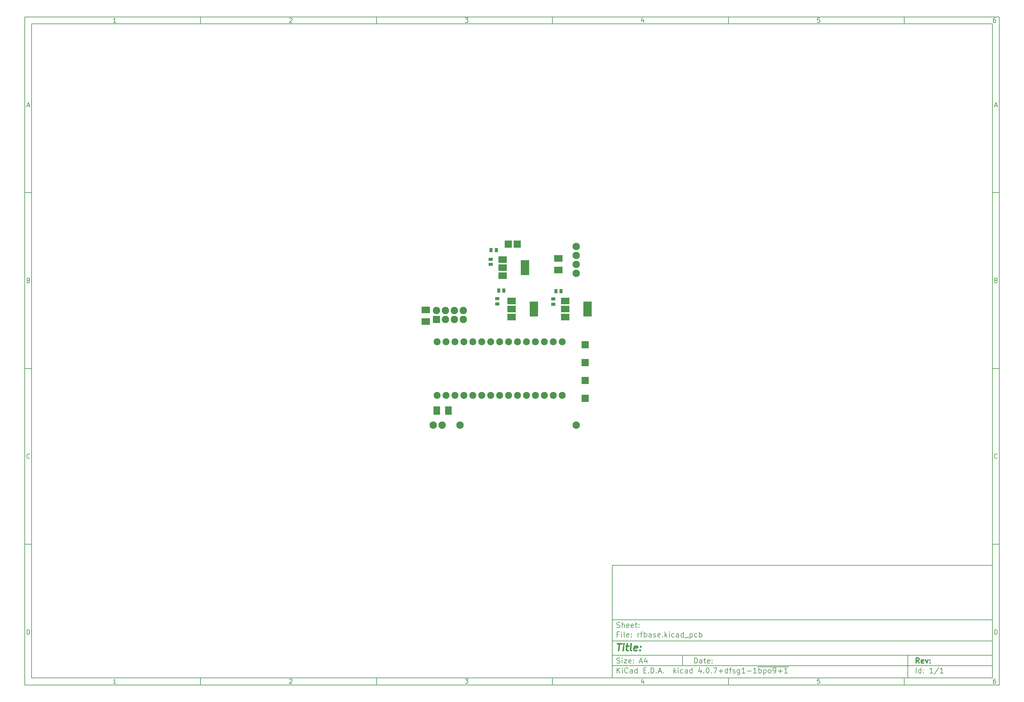
<source format=gbr>
G04 #@! TF.FileFunction,Soldermask,Top*
%FSLAX46Y46*%
G04 Gerber Fmt 4.6, Leading zero omitted, Abs format (unit mm)*
G04 Created by KiCad (PCBNEW 4.0.7+dfsg1-1~bpo9+1) date Fri Jan  5 13:38:06 2018*
%MOMM*%
%LPD*%
G01*
G04 APERTURE LIST*
%ADD10C,0.100000*%
%ADD11C,0.150000*%
%ADD12C,0.300000*%
%ADD13C,0.400000*%
%ADD14C,1.974800*%
%ADD15R,2.432000X1.924000*%
%ADD16R,1.924000X2.432000*%
%ADD17R,2.100000X2.100000*%
%ADD18O,2.100000X2.100000*%
%ADD19C,2.100000*%
%ADD20R,2.400000X4.200000*%
%ADD21R,2.400000X1.900000*%
%ADD22R,0.900000X1.300000*%
%ADD23R,1.300000X0.900000*%
G04 APERTURE END LIST*
D10*
D11*
X177002200Y-166007200D02*
X177002200Y-198007200D01*
X285002200Y-198007200D01*
X285002200Y-166007200D01*
X177002200Y-166007200D01*
D10*
D11*
X10000000Y-10000000D02*
X10000000Y-200007200D01*
X287002200Y-200007200D01*
X287002200Y-10000000D01*
X10000000Y-10000000D01*
D10*
D11*
X12000000Y-12000000D02*
X12000000Y-198007200D01*
X285002200Y-198007200D01*
X285002200Y-12000000D01*
X12000000Y-12000000D01*
D10*
D11*
X60000000Y-12000000D02*
X60000000Y-10000000D01*
D10*
D11*
X110000000Y-12000000D02*
X110000000Y-10000000D01*
D10*
D11*
X160000000Y-12000000D02*
X160000000Y-10000000D01*
D10*
D11*
X210000000Y-12000000D02*
X210000000Y-10000000D01*
D10*
D11*
X260000000Y-12000000D02*
X260000000Y-10000000D01*
D10*
D11*
X35990476Y-11588095D02*
X35247619Y-11588095D01*
X35619048Y-11588095D02*
X35619048Y-10288095D01*
X35495238Y-10473810D01*
X35371429Y-10597619D01*
X35247619Y-10659524D01*
D10*
D11*
X85247619Y-10411905D02*
X85309524Y-10350000D01*
X85433333Y-10288095D01*
X85742857Y-10288095D01*
X85866667Y-10350000D01*
X85928571Y-10411905D01*
X85990476Y-10535714D01*
X85990476Y-10659524D01*
X85928571Y-10845238D01*
X85185714Y-11588095D01*
X85990476Y-11588095D01*
D10*
D11*
X135185714Y-10288095D02*
X135990476Y-10288095D01*
X135557143Y-10783333D01*
X135742857Y-10783333D01*
X135866667Y-10845238D01*
X135928571Y-10907143D01*
X135990476Y-11030952D01*
X135990476Y-11340476D01*
X135928571Y-11464286D01*
X135866667Y-11526190D01*
X135742857Y-11588095D01*
X135371429Y-11588095D01*
X135247619Y-11526190D01*
X135185714Y-11464286D01*
D10*
D11*
X185866667Y-10721429D02*
X185866667Y-11588095D01*
X185557143Y-10226190D02*
X185247619Y-11154762D01*
X186052381Y-11154762D01*
D10*
D11*
X235928571Y-10288095D02*
X235309524Y-10288095D01*
X235247619Y-10907143D01*
X235309524Y-10845238D01*
X235433333Y-10783333D01*
X235742857Y-10783333D01*
X235866667Y-10845238D01*
X235928571Y-10907143D01*
X235990476Y-11030952D01*
X235990476Y-11340476D01*
X235928571Y-11464286D01*
X235866667Y-11526190D01*
X235742857Y-11588095D01*
X235433333Y-11588095D01*
X235309524Y-11526190D01*
X235247619Y-11464286D01*
D10*
D11*
X285866667Y-10288095D02*
X285619048Y-10288095D01*
X285495238Y-10350000D01*
X285433333Y-10411905D01*
X285309524Y-10597619D01*
X285247619Y-10845238D01*
X285247619Y-11340476D01*
X285309524Y-11464286D01*
X285371429Y-11526190D01*
X285495238Y-11588095D01*
X285742857Y-11588095D01*
X285866667Y-11526190D01*
X285928571Y-11464286D01*
X285990476Y-11340476D01*
X285990476Y-11030952D01*
X285928571Y-10907143D01*
X285866667Y-10845238D01*
X285742857Y-10783333D01*
X285495238Y-10783333D01*
X285371429Y-10845238D01*
X285309524Y-10907143D01*
X285247619Y-11030952D01*
D10*
D11*
X60000000Y-198007200D02*
X60000000Y-200007200D01*
D10*
D11*
X110000000Y-198007200D02*
X110000000Y-200007200D01*
D10*
D11*
X160000000Y-198007200D02*
X160000000Y-200007200D01*
D10*
D11*
X210000000Y-198007200D02*
X210000000Y-200007200D01*
D10*
D11*
X260000000Y-198007200D02*
X260000000Y-200007200D01*
D10*
D11*
X35990476Y-199595295D02*
X35247619Y-199595295D01*
X35619048Y-199595295D02*
X35619048Y-198295295D01*
X35495238Y-198481010D01*
X35371429Y-198604819D01*
X35247619Y-198666724D01*
D10*
D11*
X85247619Y-198419105D02*
X85309524Y-198357200D01*
X85433333Y-198295295D01*
X85742857Y-198295295D01*
X85866667Y-198357200D01*
X85928571Y-198419105D01*
X85990476Y-198542914D01*
X85990476Y-198666724D01*
X85928571Y-198852438D01*
X85185714Y-199595295D01*
X85990476Y-199595295D01*
D10*
D11*
X135185714Y-198295295D02*
X135990476Y-198295295D01*
X135557143Y-198790533D01*
X135742857Y-198790533D01*
X135866667Y-198852438D01*
X135928571Y-198914343D01*
X135990476Y-199038152D01*
X135990476Y-199347676D01*
X135928571Y-199471486D01*
X135866667Y-199533390D01*
X135742857Y-199595295D01*
X135371429Y-199595295D01*
X135247619Y-199533390D01*
X135185714Y-199471486D01*
D10*
D11*
X185866667Y-198728629D02*
X185866667Y-199595295D01*
X185557143Y-198233390D02*
X185247619Y-199161962D01*
X186052381Y-199161962D01*
D10*
D11*
X235928571Y-198295295D02*
X235309524Y-198295295D01*
X235247619Y-198914343D01*
X235309524Y-198852438D01*
X235433333Y-198790533D01*
X235742857Y-198790533D01*
X235866667Y-198852438D01*
X235928571Y-198914343D01*
X235990476Y-199038152D01*
X235990476Y-199347676D01*
X235928571Y-199471486D01*
X235866667Y-199533390D01*
X235742857Y-199595295D01*
X235433333Y-199595295D01*
X235309524Y-199533390D01*
X235247619Y-199471486D01*
D10*
D11*
X285866667Y-198295295D02*
X285619048Y-198295295D01*
X285495238Y-198357200D01*
X285433333Y-198419105D01*
X285309524Y-198604819D01*
X285247619Y-198852438D01*
X285247619Y-199347676D01*
X285309524Y-199471486D01*
X285371429Y-199533390D01*
X285495238Y-199595295D01*
X285742857Y-199595295D01*
X285866667Y-199533390D01*
X285928571Y-199471486D01*
X285990476Y-199347676D01*
X285990476Y-199038152D01*
X285928571Y-198914343D01*
X285866667Y-198852438D01*
X285742857Y-198790533D01*
X285495238Y-198790533D01*
X285371429Y-198852438D01*
X285309524Y-198914343D01*
X285247619Y-199038152D01*
D10*
D11*
X10000000Y-60000000D02*
X12000000Y-60000000D01*
D10*
D11*
X10000000Y-110000000D02*
X12000000Y-110000000D01*
D10*
D11*
X10000000Y-160000000D02*
X12000000Y-160000000D01*
D10*
D11*
X10690476Y-35216667D02*
X11309524Y-35216667D01*
X10566667Y-35588095D02*
X11000000Y-34288095D01*
X11433333Y-35588095D01*
D10*
D11*
X11092857Y-84907143D02*
X11278571Y-84969048D01*
X11340476Y-85030952D01*
X11402381Y-85154762D01*
X11402381Y-85340476D01*
X11340476Y-85464286D01*
X11278571Y-85526190D01*
X11154762Y-85588095D01*
X10659524Y-85588095D01*
X10659524Y-84288095D01*
X11092857Y-84288095D01*
X11216667Y-84350000D01*
X11278571Y-84411905D01*
X11340476Y-84535714D01*
X11340476Y-84659524D01*
X11278571Y-84783333D01*
X11216667Y-84845238D01*
X11092857Y-84907143D01*
X10659524Y-84907143D01*
D10*
D11*
X11402381Y-135464286D02*
X11340476Y-135526190D01*
X11154762Y-135588095D01*
X11030952Y-135588095D01*
X10845238Y-135526190D01*
X10721429Y-135402381D01*
X10659524Y-135278571D01*
X10597619Y-135030952D01*
X10597619Y-134845238D01*
X10659524Y-134597619D01*
X10721429Y-134473810D01*
X10845238Y-134350000D01*
X11030952Y-134288095D01*
X11154762Y-134288095D01*
X11340476Y-134350000D01*
X11402381Y-134411905D01*
D10*
D11*
X10659524Y-185588095D02*
X10659524Y-184288095D01*
X10969048Y-184288095D01*
X11154762Y-184350000D01*
X11278571Y-184473810D01*
X11340476Y-184597619D01*
X11402381Y-184845238D01*
X11402381Y-185030952D01*
X11340476Y-185278571D01*
X11278571Y-185402381D01*
X11154762Y-185526190D01*
X10969048Y-185588095D01*
X10659524Y-185588095D01*
D10*
D11*
X287002200Y-60000000D02*
X285002200Y-60000000D01*
D10*
D11*
X287002200Y-110000000D02*
X285002200Y-110000000D01*
D10*
D11*
X287002200Y-160000000D02*
X285002200Y-160000000D01*
D10*
D11*
X285692676Y-35216667D02*
X286311724Y-35216667D01*
X285568867Y-35588095D02*
X286002200Y-34288095D01*
X286435533Y-35588095D01*
D10*
D11*
X286095057Y-84907143D02*
X286280771Y-84969048D01*
X286342676Y-85030952D01*
X286404581Y-85154762D01*
X286404581Y-85340476D01*
X286342676Y-85464286D01*
X286280771Y-85526190D01*
X286156962Y-85588095D01*
X285661724Y-85588095D01*
X285661724Y-84288095D01*
X286095057Y-84288095D01*
X286218867Y-84350000D01*
X286280771Y-84411905D01*
X286342676Y-84535714D01*
X286342676Y-84659524D01*
X286280771Y-84783333D01*
X286218867Y-84845238D01*
X286095057Y-84907143D01*
X285661724Y-84907143D01*
D10*
D11*
X286404581Y-135464286D02*
X286342676Y-135526190D01*
X286156962Y-135588095D01*
X286033152Y-135588095D01*
X285847438Y-135526190D01*
X285723629Y-135402381D01*
X285661724Y-135278571D01*
X285599819Y-135030952D01*
X285599819Y-134845238D01*
X285661724Y-134597619D01*
X285723629Y-134473810D01*
X285847438Y-134350000D01*
X286033152Y-134288095D01*
X286156962Y-134288095D01*
X286342676Y-134350000D01*
X286404581Y-134411905D01*
D10*
D11*
X285661724Y-185588095D02*
X285661724Y-184288095D01*
X285971248Y-184288095D01*
X286156962Y-184350000D01*
X286280771Y-184473810D01*
X286342676Y-184597619D01*
X286404581Y-184845238D01*
X286404581Y-185030952D01*
X286342676Y-185278571D01*
X286280771Y-185402381D01*
X286156962Y-185526190D01*
X285971248Y-185588095D01*
X285661724Y-185588095D01*
D10*
D11*
X200359343Y-193785771D02*
X200359343Y-192285771D01*
X200716486Y-192285771D01*
X200930771Y-192357200D01*
X201073629Y-192500057D01*
X201145057Y-192642914D01*
X201216486Y-192928629D01*
X201216486Y-193142914D01*
X201145057Y-193428629D01*
X201073629Y-193571486D01*
X200930771Y-193714343D01*
X200716486Y-193785771D01*
X200359343Y-193785771D01*
X202502200Y-193785771D02*
X202502200Y-193000057D01*
X202430771Y-192857200D01*
X202287914Y-192785771D01*
X202002200Y-192785771D01*
X201859343Y-192857200D01*
X202502200Y-193714343D02*
X202359343Y-193785771D01*
X202002200Y-193785771D01*
X201859343Y-193714343D01*
X201787914Y-193571486D01*
X201787914Y-193428629D01*
X201859343Y-193285771D01*
X202002200Y-193214343D01*
X202359343Y-193214343D01*
X202502200Y-193142914D01*
X203002200Y-192785771D02*
X203573629Y-192785771D01*
X203216486Y-192285771D02*
X203216486Y-193571486D01*
X203287914Y-193714343D01*
X203430772Y-193785771D01*
X203573629Y-193785771D01*
X204645057Y-193714343D02*
X204502200Y-193785771D01*
X204216486Y-193785771D01*
X204073629Y-193714343D01*
X204002200Y-193571486D01*
X204002200Y-193000057D01*
X204073629Y-192857200D01*
X204216486Y-192785771D01*
X204502200Y-192785771D01*
X204645057Y-192857200D01*
X204716486Y-193000057D01*
X204716486Y-193142914D01*
X204002200Y-193285771D01*
X205359343Y-193642914D02*
X205430771Y-193714343D01*
X205359343Y-193785771D01*
X205287914Y-193714343D01*
X205359343Y-193642914D01*
X205359343Y-193785771D01*
X205359343Y-192857200D02*
X205430771Y-192928629D01*
X205359343Y-193000057D01*
X205287914Y-192928629D01*
X205359343Y-192857200D01*
X205359343Y-193000057D01*
D10*
D11*
X177002200Y-194507200D02*
X285002200Y-194507200D01*
D10*
D11*
X178359343Y-196585771D02*
X178359343Y-195085771D01*
X179216486Y-196585771D02*
X178573629Y-195728629D01*
X179216486Y-195085771D02*
X178359343Y-195942914D01*
X179859343Y-196585771D02*
X179859343Y-195585771D01*
X179859343Y-195085771D02*
X179787914Y-195157200D01*
X179859343Y-195228629D01*
X179930771Y-195157200D01*
X179859343Y-195085771D01*
X179859343Y-195228629D01*
X181430772Y-196442914D02*
X181359343Y-196514343D01*
X181145057Y-196585771D01*
X181002200Y-196585771D01*
X180787915Y-196514343D01*
X180645057Y-196371486D01*
X180573629Y-196228629D01*
X180502200Y-195942914D01*
X180502200Y-195728629D01*
X180573629Y-195442914D01*
X180645057Y-195300057D01*
X180787915Y-195157200D01*
X181002200Y-195085771D01*
X181145057Y-195085771D01*
X181359343Y-195157200D01*
X181430772Y-195228629D01*
X182716486Y-196585771D02*
X182716486Y-195800057D01*
X182645057Y-195657200D01*
X182502200Y-195585771D01*
X182216486Y-195585771D01*
X182073629Y-195657200D01*
X182716486Y-196514343D02*
X182573629Y-196585771D01*
X182216486Y-196585771D01*
X182073629Y-196514343D01*
X182002200Y-196371486D01*
X182002200Y-196228629D01*
X182073629Y-196085771D01*
X182216486Y-196014343D01*
X182573629Y-196014343D01*
X182716486Y-195942914D01*
X184073629Y-196585771D02*
X184073629Y-195085771D01*
X184073629Y-196514343D02*
X183930772Y-196585771D01*
X183645058Y-196585771D01*
X183502200Y-196514343D01*
X183430772Y-196442914D01*
X183359343Y-196300057D01*
X183359343Y-195871486D01*
X183430772Y-195728629D01*
X183502200Y-195657200D01*
X183645058Y-195585771D01*
X183930772Y-195585771D01*
X184073629Y-195657200D01*
X185930772Y-195800057D02*
X186430772Y-195800057D01*
X186645058Y-196585771D02*
X185930772Y-196585771D01*
X185930772Y-195085771D01*
X186645058Y-195085771D01*
X187287915Y-196442914D02*
X187359343Y-196514343D01*
X187287915Y-196585771D01*
X187216486Y-196514343D01*
X187287915Y-196442914D01*
X187287915Y-196585771D01*
X188002201Y-196585771D02*
X188002201Y-195085771D01*
X188359344Y-195085771D01*
X188573629Y-195157200D01*
X188716487Y-195300057D01*
X188787915Y-195442914D01*
X188859344Y-195728629D01*
X188859344Y-195942914D01*
X188787915Y-196228629D01*
X188716487Y-196371486D01*
X188573629Y-196514343D01*
X188359344Y-196585771D01*
X188002201Y-196585771D01*
X189502201Y-196442914D02*
X189573629Y-196514343D01*
X189502201Y-196585771D01*
X189430772Y-196514343D01*
X189502201Y-196442914D01*
X189502201Y-196585771D01*
X190145058Y-196157200D02*
X190859344Y-196157200D01*
X190002201Y-196585771D02*
X190502201Y-195085771D01*
X191002201Y-196585771D01*
X191502201Y-196442914D02*
X191573629Y-196514343D01*
X191502201Y-196585771D01*
X191430772Y-196514343D01*
X191502201Y-196442914D01*
X191502201Y-196585771D01*
X194502201Y-196585771D02*
X194502201Y-195085771D01*
X194645058Y-196014343D02*
X195073629Y-196585771D01*
X195073629Y-195585771D02*
X194502201Y-196157200D01*
X195716487Y-196585771D02*
X195716487Y-195585771D01*
X195716487Y-195085771D02*
X195645058Y-195157200D01*
X195716487Y-195228629D01*
X195787915Y-195157200D01*
X195716487Y-195085771D01*
X195716487Y-195228629D01*
X197073630Y-196514343D02*
X196930773Y-196585771D01*
X196645059Y-196585771D01*
X196502201Y-196514343D01*
X196430773Y-196442914D01*
X196359344Y-196300057D01*
X196359344Y-195871486D01*
X196430773Y-195728629D01*
X196502201Y-195657200D01*
X196645059Y-195585771D01*
X196930773Y-195585771D01*
X197073630Y-195657200D01*
X198359344Y-196585771D02*
X198359344Y-195800057D01*
X198287915Y-195657200D01*
X198145058Y-195585771D01*
X197859344Y-195585771D01*
X197716487Y-195657200D01*
X198359344Y-196514343D02*
X198216487Y-196585771D01*
X197859344Y-196585771D01*
X197716487Y-196514343D01*
X197645058Y-196371486D01*
X197645058Y-196228629D01*
X197716487Y-196085771D01*
X197859344Y-196014343D01*
X198216487Y-196014343D01*
X198359344Y-195942914D01*
X199716487Y-196585771D02*
X199716487Y-195085771D01*
X199716487Y-196514343D02*
X199573630Y-196585771D01*
X199287916Y-196585771D01*
X199145058Y-196514343D01*
X199073630Y-196442914D01*
X199002201Y-196300057D01*
X199002201Y-195871486D01*
X199073630Y-195728629D01*
X199145058Y-195657200D01*
X199287916Y-195585771D01*
X199573630Y-195585771D01*
X199716487Y-195657200D01*
X202216487Y-195585771D02*
X202216487Y-196585771D01*
X201859344Y-195014343D02*
X201502201Y-196085771D01*
X202430773Y-196085771D01*
X203002201Y-196442914D02*
X203073629Y-196514343D01*
X203002201Y-196585771D01*
X202930772Y-196514343D01*
X203002201Y-196442914D01*
X203002201Y-196585771D01*
X204002201Y-195085771D02*
X204145058Y-195085771D01*
X204287915Y-195157200D01*
X204359344Y-195228629D01*
X204430773Y-195371486D01*
X204502201Y-195657200D01*
X204502201Y-196014343D01*
X204430773Y-196300057D01*
X204359344Y-196442914D01*
X204287915Y-196514343D01*
X204145058Y-196585771D01*
X204002201Y-196585771D01*
X203859344Y-196514343D01*
X203787915Y-196442914D01*
X203716487Y-196300057D01*
X203645058Y-196014343D01*
X203645058Y-195657200D01*
X203716487Y-195371486D01*
X203787915Y-195228629D01*
X203859344Y-195157200D01*
X204002201Y-195085771D01*
X205145058Y-196442914D02*
X205216486Y-196514343D01*
X205145058Y-196585771D01*
X205073629Y-196514343D01*
X205145058Y-196442914D01*
X205145058Y-196585771D01*
X205716487Y-195085771D02*
X206716487Y-195085771D01*
X206073630Y-196585771D01*
X207287915Y-196014343D02*
X208430772Y-196014343D01*
X207859343Y-196585771D02*
X207859343Y-195442914D01*
X209787915Y-196585771D02*
X209787915Y-195085771D01*
X209787915Y-196514343D02*
X209645058Y-196585771D01*
X209359344Y-196585771D01*
X209216486Y-196514343D01*
X209145058Y-196442914D01*
X209073629Y-196300057D01*
X209073629Y-195871486D01*
X209145058Y-195728629D01*
X209216486Y-195657200D01*
X209359344Y-195585771D01*
X209645058Y-195585771D01*
X209787915Y-195657200D01*
X210287915Y-195585771D02*
X210859344Y-195585771D01*
X210502201Y-196585771D02*
X210502201Y-195300057D01*
X210573629Y-195157200D01*
X210716487Y-195085771D01*
X210859344Y-195085771D01*
X211287915Y-196514343D02*
X211430772Y-196585771D01*
X211716487Y-196585771D01*
X211859344Y-196514343D01*
X211930772Y-196371486D01*
X211930772Y-196300057D01*
X211859344Y-196157200D01*
X211716487Y-196085771D01*
X211502201Y-196085771D01*
X211359344Y-196014343D01*
X211287915Y-195871486D01*
X211287915Y-195800057D01*
X211359344Y-195657200D01*
X211502201Y-195585771D01*
X211716487Y-195585771D01*
X211859344Y-195657200D01*
X213216487Y-195585771D02*
X213216487Y-196800057D01*
X213145058Y-196942914D01*
X213073630Y-197014343D01*
X212930773Y-197085771D01*
X212716487Y-197085771D01*
X212573630Y-197014343D01*
X213216487Y-196514343D02*
X213073630Y-196585771D01*
X212787916Y-196585771D01*
X212645058Y-196514343D01*
X212573630Y-196442914D01*
X212502201Y-196300057D01*
X212502201Y-195871486D01*
X212573630Y-195728629D01*
X212645058Y-195657200D01*
X212787916Y-195585771D01*
X213073630Y-195585771D01*
X213216487Y-195657200D01*
X214716487Y-196585771D02*
X213859344Y-196585771D01*
X214287916Y-196585771D02*
X214287916Y-195085771D01*
X214145059Y-195300057D01*
X214002201Y-195442914D01*
X213859344Y-195514343D01*
X215359344Y-196014343D02*
X216502201Y-196014343D01*
X218002201Y-196585771D02*
X217145058Y-196585771D01*
X217573630Y-196585771D02*
X217573630Y-195085771D01*
X217430773Y-195300057D01*
X217287915Y-195442914D01*
X217145058Y-195514343D01*
X218645058Y-196585771D02*
X218645058Y-195085771D01*
X218645058Y-195657200D02*
X218787915Y-195585771D01*
X219073629Y-195585771D01*
X219216486Y-195657200D01*
X219287915Y-195728629D01*
X219359344Y-195871486D01*
X219359344Y-196300057D01*
X219287915Y-196442914D01*
X219216486Y-196514343D01*
X219073629Y-196585771D01*
X218787915Y-196585771D01*
X218645058Y-196514343D01*
X220002201Y-195585771D02*
X220002201Y-197085771D01*
X220002201Y-195657200D02*
X220145058Y-195585771D01*
X220430772Y-195585771D01*
X220573629Y-195657200D01*
X220645058Y-195728629D01*
X220716487Y-195871486D01*
X220716487Y-196300057D01*
X220645058Y-196442914D01*
X220573629Y-196514343D01*
X220430772Y-196585771D01*
X220145058Y-196585771D01*
X220002201Y-196514343D01*
X221573630Y-196585771D02*
X221430772Y-196514343D01*
X221359344Y-196442914D01*
X221287915Y-196300057D01*
X221287915Y-195871486D01*
X221359344Y-195728629D01*
X221430772Y-195657200D01*
X221573630Y-195585771D01*
X221787915Y-195585771D01*
X221930772Y-195657200D01*
X222002201Y-195728629D01*
X222073630Y-195871486D01*
X222073630Y-196300057D01*
X222002201Y-196442914D01*
X221930772Y-196514343D01*
X221787915Y-196585771D01*
X221573630Y-196585771D01*
X222787915Y-196585771D02*
X223073630Y-196585771D01*
X223216487Y-196514343D01*
X223287915Y-196442914D01*
X223430773Y-196228629D01*
X223502201Y-195942914D01*
X223502201Y-195371486D01*
X223430773Y-195228629D01*
X223359344Y-195157200D01*
X223216487Y-195085771D01*
X222930773Y-195085771D01*
X222787915Y-195157200D01*
X222716487Y-195228629D01*
X222645058Y-195371486D01*
X222645058Y-195728629D01*
X222716487Y-195871486D01*
X222787915Y-195942914D01*
X222930773Y-196014343D01*
X223216487Y-196014343D01*
X223359344Y-195942914D01*
X223430773Y-195871486D01*
X223502201Y-195728629D01*
X224145058Y-196014343D02*
X225287915Y-196014343D01*
X224716486Y-196585771D02*
X224716486Y-195442914D01*
X226787915Y-196585771D02*
X225930772Y-196585771D01*
X226359344Y-196585771D02*
X226359344Y-195085771D01*
X226216487Y-195300057D01*
X226073629Y-195442914D01*
X225930772Y-195514343D01*
X218287915Y-194827200D02*
X227073629Y-194827200D01*
D10*
D11*
X177002200Y-191507200D02*
X285002200Y-191507200D01*
D10*
D12*
X264216486Y-193785771D02*
X263716486Y-193071486D01*
X263359343Y-193785771D02*
X263359343Y-192285771D01*
X263930771Y-192285771D01*
X264073629Y-192357200D01*
X264145057Y-192428629D01*
X264216486Y-192571486D01*
X264216486Y-192785771D01*
X264145057Y-192928629D01*
X264073629Y-193000057D01*
X263930771Y-193071486D01*
X263359343Y-193071486D01*
X265430771Y-193714343D02*
X265287914Y-193785771D01*
X265002200Y-193785771D01*
X264859343Y-193714343D01*
X264787914Y-193571486D01*
X264787914Y-193000057D01*
X264859343Y-192857200D01*
X265002200Y-192785771D01*
X265287914Y-192785771D01*
X265430771Y-192857200D01*
X265502200Y-193000057D01*
X265502200Y-193142914D01*
X264787914Y-193285771D01*
X266002200Y-192785771D02*
X266359343Y-193785771D01*
X266716485Y-192785771D01*
X267287914Y-193642914D02*
X267359342Y-193714343D01*
X267287914Y-193785771D01*
X267216485Y-193714343D01*
X267287914Y-193642914D01*
X267287914Y-193785771D01*
X267287914Y-192857200D02*
X267359342Y-192928629D01*
X267287914Y-193000057D01*
X267216485Y-192928629D01*
X267287914Y-192857200D01*
X267287914Y-193000057D01*
D10*
D11*
X178287914Y-193714343D02*
X178502200Y-193785771D01*
X178859343Y-193785771D01*
X179002200Y-193714343D01*
X179073629Y-193642914D01*
X179145057Y-193500057D01*
X179145057Y-193357200D01*
X179073629Y-193214343D01*
X179002200Y-193142914D01*
X178859343Y-193071486D01*
X178573629Y-193000057D01*
X178430771Y-192928629D01*
X178359343Y-192857200D01*
X178287914Y-192714343D01*
X178287914Y-192571486D01*
X178359343Y-192428629D01*
X178430771Y-192357200D01*
X178573629Y-192285771D01*
X178930771Y-192285771D01*
X179145057Y-192357200D01*
X179787914Y-193785771D02*
X179787914Y-192785771D01*
X179787914Y-192285771D02*
X179716485Y-192357200D01*
X179787914Y-192428629D01*
X179859342Y-192357200D01*
X179787914Y-192285771D01*
X179787914Y-192428629D01*
X180359343Y-192785771D02*
X181145057Y-192785771D01*
X180359343Y-193785771D01*
X181145057Y-193785771D01*
X182287914Y-193714343D02*
X182145057Y-193785771D01*
X181859343Y-193785771D01*
X181716486Y-193714343D01*
X181645057Y-193571486D01*
X181645057Y-193000057D01*
X181716486Y-192857200D01*
X181859343Y-192785771D01*
X182145057Y-192785771D01*
X182287914Y-192857200D01*
X182359343Y-193000057D01*
X182359343Y-193142914D01*
X181645057Y-193285771D01*
X183002200Y-193642914D02*
X183073628Y-193714343D01*
X183002200Y-193785771D01*
X182930771Y-193714343D01*
X183002200Y-193642914D01*
X183002200Y-193785771D01*
X183002200Y-192857200D02*
X183073628Y-192928629D01*
X183002200Y-193000057D01*
X182930771Y-192928629D01*
X183002200Y-192857200D01*
X183002200Y-193000057D01*
X184787914Y-193357200D02*
X185502200Y-193357200D01*
X184645057Y-193785771D02*
X185145057Y-192285771D01*
X185645057Y-193785771D01*
X186787914Y-192785771D02*
X186787914Y-193785771D01*
X186430771Y-192214343D02*
X186073628Y-193285771D01*
X187002200Y-193285771D01*
D10*
D11*
X263359343Y-196585771D02*
X263359343Y-195085771D01*
X264716486Y-196585771D02*
X264716486Y-195085771D01*
X264716486Y-196514343D02*
X264573629Y-196585771D01*
X264287915Y-196585771D01*
X264145057Y-196514343D01*
X264073629Y-196442914D01*
X264002200Y-196300057D01*
X264002200Y-195871486D01*
X264073629Y-195728629D01*
X264145057Y-195657200D01*
X264287915Y-195585771D01*
X264573629Y-195585771D01*
X264716486Y-195657200D01*
X265430772Y-196442914D02*
X265502200Y-196514343D01*
X265430772Y-196585771D01*
X265359343Y-196514343D01*
X265430772Y-196442914D01*
X265430772Y-196585771D01*
X265430772Y-195657200D02*
X265502200Y-195728629D01*
X265430772Y-195800057D01*
X265359343Y-195728629D01*
X265430772Y-195657200D01*
X265430772Y-195800057D01*
X268073629Y-196585771D02*
X267216486Y-196585771D01*
X267645058Y-196585771D02*
X267645058Y-195085771D01*
X267502201Y-195300057D01*
X267359343Y-195442914D01*
X267216486Y-195514343D01*
X269787914Y-195014343D02*
X268502200Y-196942914D01*
X271073629Y-196585771D02*
X270216486Y-196585771D01*
X270645058Y-196585771D02*
X270645058Y-195085771D01*
X270502201Y-195300057D01*
X270359343Y-195442914D01*
X270216486Y-195514343D01*
D10*
D11*
X177002200Y-187507200D02*
X285002200Y-187507200D01*
D10*
D13*
X178454581Y-188211962D02*
X179597438Y-188211962D01*
X178776010Y-190211962D02*
X179026010Y-188211962D01*
X180014105Y-190211962D02*
X180180771Y-188878629D01*
X180264105Y-188211962D02*
X180156962Y-188307200D01*
X180240295Y-188402438D01*
X180347439Y-188307200D01*
X180264105Y-188211962D01*
X180240295Y-188402438D01*
X180847438Y-188878629D02*
X181609343Y-188878629D01*
X181216486Y-188211962D02*
X181002200Y-189926248D01*
X181073630Y-190116724D01*
X181252201Y-190211962D01*
X181442677Y-190211962D01*
X182395058Y-190211962D02*
X182216487Y-190116724D01*
X182145057Y-189926248D01*
X182359343Y-188211962D01*
X183930772Y-190116724D02*
X183728391Y-190211962D01*
X183347439Y-190211962D01*
X183168867Y-190116724D01*
X183097438Y-189926248D01*
X183192676Y-189164343D01*
X183311724Y-188973867D01*
X183514105Y-188878629D01*
X183895057Y-188878629D01*
X184073629Y-188973867D01*
X184145057Y-189164343D01*
X184121248Y-189354819D01*
X183145057Y-189545295D01*
X184895057Y-190021486D02*
X184978392Y-190116724D01*
X184871248Y-190211962D01*
X184787915Y-190116724D01*
X184895057Y-190021486D01*
X184871248Y-190211962D01*
X185026010Y-188973867D02*
X185109344Y-189069105D01*
X185002200Y-189164343D01*
X184918867Y-189069105D01*
X185026010Y-188973867D01*
X185002200Y-189164343D01*
D10*
D11*
X178859343Y-185600057D02*
X178359343Y-185600057D01*
X178359343Y-186385771D02*
X178359343Y-184885771D01*
X179073629Y-184885771D01*
X179645057Y-186385771D02*
X179645057Y-185385771D01*
X179645057Y-184885771D02*
X179573628Y-184957200D01*
X179645057Y-185028629D01*
X179716485Y-184957200D01*
X179645057Y-184885771D01*
X179645057Y-185028629D01*
X180573629Y-186385771D02*
X180430771Y-186314343D01*
X180359343Y-186171486D01*
X180359343Y-184885771D01*
X181716485Y-186314343D02*
X181573628Y-186385771D01*
X181287914Y-186385771D01*
X181145057Y-186314343D01*
X181073628Y-186171486D01*
X181073628Y-185600057D01*
X181145057Y-185457200D01*
X181287914Y-185385771D01*
X181573628Y-185385771D01*
X181716485Y-185457200D01*
X181787914Y-185600057D01*
X181787914Y-185742914D01*
X181073628Y-185885771D01*
X182430771Y-186242914D02*
X182502199Y-186314343D01*
X182430771Y-186385771D01*
X182359342Y-186314343D01*
X182430771Y-186242914D01*
X182430771Y-186385771D01*
X182430771Y-185457200D02*
X182502199Y-185528629D01*
X182430771Y-185600057D01*
X182359342Y-185528629D01*
X182430771Y-185457200D01*
X182430771Y-185600057D01*
X184287914Y-186385771D02*
X184287914Y-185385771D01*
X184287914Y-185671486D02*
X184359342Y-185528629D01*
X184430771Y-185457200D01*
X184573628Y-185385771D01*
X184716485Y-185385771D01*
X185002199Y-185385771D02*
X185573628Y-185385771D01*
X185216485Y-186385771D02*
X185216485Y-185100057D01*
X185287913Y-184957200D01*
X185430771Y-184885771D01*
X185573628Y-184885771D01*
X186073628Y-186385771D02*
X186073628Y-184885771D01*
X186073628Y-185457200D02*
X186216485Y-185385771D01*
X186502199Y-185385771D01*
X186645056Y-185457200D01*
X186716485Y-185528629D01*
X186787914Y-185671486D01*
X186787914Y-186100057D01*
X186716485Y-186242914D01*
X186645056Y-186314343D01*
X186502199Y-186385771D01*
X186216485Y-186385771D01*
X186073628Y-186314343D01*
X188073628Y-186385771D02*
X188073628Y-185600057D01*
X188002199Y-185457200D01*
X187859342Y-185385771D01*
X187573628Y-185385771D01*
X187430771Y-185457200D01*
X188073628Y-186314343D02*
X187930771Y-186385771D01*
X187573628Y-186385771D01*
X187430771Y-186314343D01*
X187359342Y-186171486D01*
X187359342Y-186028629D01*
X187430771Y-185885771D01*
X187573628Y-185814343D01*
X187930771Y-185814343D01*
X188073628Y-185742914D01*
X188716485Y-186314343D02*
X188859342Y-186385771D01*
X189145057Y-186385771D01*
X189287914Y-186314343D01*
X189359342Y-186171486D01*
X189359342Y-186100057D01*
X189287914Y-185957200D01*
X189145057Y-185885771D01*
X188930771Y-185885771D01*
X188787914Y-185814343D01*
X188716485Y-185671486D01*
X188716485Y-185600057D01*
X188787914Y-185457200D01*
X188930771Y-185385771D01*
X189145057Y-185385771D01*
X189287914Y-185457200D01*
X190573628Y-186314343D02*
X190430771Y-186385771D01*
X190145057Y-186385771D01*
X190002200Y-186314343D01*
X189930771Y-186171486D01*
X189930771Y-185600057D01*
X190002200Y-185457200D01*
X190145057Y-185385771D01*
X190430771Y-185385771D01*
X190573628Y-185457200D01*
X190645057Y-185600057D01*
X190645057Y-185742914D01*
X189930771Y-185885771D01*
X191287914Y-186242914D02*
X191359342Y-186314343D01*
X191287914Y-186385771D01*
X191216485Y-186314343D01*
X191287914Y-186242914D01*
X191287914Y-186385771D01*
X192002200Y-186385771D02*
X192002200Y-184885771D01*
X192145057Y-185814343D02*
X192573628Y-186385771D01*
X192573628Y-185385771D02*
X192002200Y-185957200D01*
X193216486Y-186385771D02*
X193216486Y-185385771D01*
X193216486Y-184885771D02*
X193145057Y-184957200D01*
X193216486Y-185028629D01*
X193287914Y-184957200D01*
X193216486Y-184885771D01*
X193216486Y-185028629D01*
X194573629Y-186314343D02*
X194430772Y-186385771D01*
X194145058Y-186385771D01*
X194002200Y-186314343D01*
X193930772Y-186242914D01*
X193859343Y-186100057D01*
X193859343Y-185671486D01*
X193930772Y-185528629D01*
X194002200Y-185457200D01*
X194145058Y-185385771D01*
X194430772Y-185385771D01*
X194573629Y-185457200D01*
X195859343Y-186385771D02*
X195859343Y-185600057D01*
X195787914Y-185457200D01*
X195645057Y-185385771D01*
X195359343Y-185385771D01*
X195216486Y-185457200D01*
X195859343Y-186314343D02*
X195716486Y-186385771D01*
X195359343Y-186385771D01*
X195216486Y-186314343D01*
X195145057Y-186171486D01*
X195145057Y-186028629D01*
X195216486Y-185885771D01*
X195359343Y-185814343D01*
X195716486Y-185814343D01*
X195859343Y-185742914D01*
X197216486Y-186385771D02*
X197216486Y-184885771D01*
X197216486Y-186314343D02*
X197073629Y-186385771D01*
X196787915Y-186385771D01*
X196645057Y-186314343D01*
X196573629Y-186242914D01*
X196502200Y-186100057D01*
X196502200Y-185671486D01*
X196573629Y-185528629D01*
X196645057Y-185457200D01*
X196787915Y-185385771D01*
X197073629Y-185385771D01*
X197216486Y-185457200D01*
X197573629Y-186528629D02*
X198716486Y-186528629D01*
X199073629Y-185385771D02*
X199073629Y-186885771D01*
X199073629Y-185457200D02*
X199216486Y-185385771D01*
X199502200Y-185385771D01*
X199645057Y-185457200D01*
X199716486Y-185528629D01*
X199787915Y-185671486D01*
X199787915Y-186100057D01*
X199716486Y-186242914D01*
X199645057Y-186314343D01*
X199502200Y-186385771D01*
X199216486Y-186385771D01*
X199073629Y-186314343D01*
X201073629Y-186314343D02*
X200930772Y-186385771D01*
X200645058Y-186385771D01*
X200502200Y-186314343D01*
X200430772Y-186242914D01*
X200359343Y-186100057D01*
X200359343Y-185671486D01*
X200430772Y-185528629D01*
X200502200Y-185457200D01*
X200645058Y-185385771D01*
X200930772Y-185385771D01*
X201073629Y-185457200D01*
X201716486Y-186385771D02*
X201716486Y-184885771D01*
X201716486Y-185457200D02*
X201859343Y-185385771D01*
X202145057Y-185385771D01*
X202287914Y-185457200D01*
X202359343Y-185528629D01*
X202430772Y-185671486D01*
X202430772Y-186100057D01*
X202359343Y-186242914D01*
X202287914Y-186314343D01*
X202145057Y-186385771D01*
X201859343Y-186385771D01*
X201716486Y-186314343D01*
D10*
D11*
X177002200Y-181507200D02*
X285002200Y-181507200D01*
D10*
D11*
X178287914Y-183614343D02*
X178502200Y-183685771D01*
X178859343Y-183685771D01*
X179002200Y-183614343D01*
X179073629Y-183542914D01*
X179145057Y-183400057D01*
X179145057Y-183257200D01*
X179073629Y-183114343D01*
X179002200Y-183042914D01*
X178859343Y-182971486D01*
X178573629Y-182900057D01*
X178430771Y-182828629D01*
X178359343Y-182757200D01*
X178287914Y-182614343D01*
X178287914Y-182471486D01*
X178359343Y-182328629D01*
X178430771Y-182257200D01*
X178573629Y-182185771D01*
X178930771Y-182185771D01*
X179145057Y-182257200D01*
X179787914Y-183685771D02*
X179787914Y-182185771D01*
X180430771Y-183685771D02*
X180430771Y-182900057D01*
X180359342Y-182757200D01*
X180216485Y-182685771D01*
X180002200Y-182685771D01*
X179859342Y-182757200D01*
X179787914Y-182828629D01*
X181716485Y-183614343D02*
X181573628Y-183685771D01*
X181287914Y-183685771D01*
X181145057Y-183614343D01*
X181073628Y-183471486D01*
X181073628Y-182900057D01*
X181145057Y-182757200D01*
X181287914Y-182685771D01*
X181573628Y-182685771D01*
X181716485Y-182757200D01*
X181787914Y-182900057D01*
X181787914Y-183042914D01*
X181073628Y-183185771D01*
X183002199Y-183614343D02*
X182859342Y-183685771D01*
X182573628Y-183685771D01*
X182430771Y-183614343D01*
X182359342Y-183471486D01*
X182359342Y-182900057D01*
X182430771Y-182757200D01*
X182573628Y-182685771D01*
X182859342Y-182685771D01*
X183002199Y-182757200D01*
X183073628Y-182900057D01*
X183073628Y-183042914D01*
X182359342Y-183185771D01*
X183502199Y-182685771D02*
X184073628Y-182685771D01*
X183716485Y-182185771D02*
X183716485Y-183471486D01*
X183787913Y-183614343D01*
X183930771Y-183685771D01*
X184073628Y-183685771D01*
X184573628Y-183542914D02*
X184645056Y-183614343D01*
X184573628Y-183685771D01*
X184502199Y-183614343D01*
X184573628Y-183542914D01*
X184573628Y-183685771D01*
X184573628Y-182757200D02*
X184645056Y-182828629D01*
X184573628Y-182900057D01*
X184502199Y-182828629D01*
X184573628Y-182757200D01*
X184573628Y-182900057D01*
D10*
D11*
X197002200Y-191507200D02*
X197002200Y-194507200D01*
D10*
D11*
X261002200Y-191507200D02*
X261002200Y-198007200D01*
D14*
X162780000Y-117620000D03*
X162780000Y-102380000D03*
X160240000Y-117620000D03*
X160240000Y-102380000D03*
X157700000Y-117620000D03*
X157700000Y-102380000D03*
X155160000Y-117620000D03*
X155160000Y-102380000D03*
X152620000Y-117620000D03*
X152620000Y-102380000D03*
X150080000Y-117620000D03*
X150080000Y-102380000D03*
X147540000Y-117620000D03*
X147540000Y-102380000D03*
X145000000Y-117620000D03*
X145000000Y-102380000D03*
X142460000Y-117620000D03*
X142460000Y-102380000D03*
X139920000Y-117620000D03*
X139920000Y-102380000D03*
X137380000Y-117620000D03*
X137380000Y-102380000D03*
X134840000Y-117620000D03*
X134840000Y-102380000D03*
X132300000Y-117620000D03*
X132300000Y-102380000D03*
X129760000Y-117620000D03*
X129760000Y-102380000D03*
X127220000Y-117620000D03*
X127220000Y-102380000D03*
D15*
X124000000Y-93349000D03*
X124000000Y-96651000D03*
D16*
X130376720Y-121970280D03*
X127074720Y-121970280D03*
D15*
X161700000Y-82011000D03*
X161700000Y-78709000D03*
D17*
X127000000Y-96000000D03*
D18*
X127000000Y-93460000D03*
X129540000Y-96000000D03*
X129540000Y-93460000D03*
X132080000Y-96000000D03*
X132080000Y-93460000D03*
X134620000Y-96000000D03*
X134620000Y-93460000D03*
D19*
X133760000Y-126080000D03*
X126140000Y-126080000D03*
X128680000Y-126080000D03*
X166780000Y-82900000D03*
X166780000Y-80360000D03*
X166780000Y-77820000D03*
D17*
X147460000Y-74580000D03*
X150000000Y-74580000D03*
X169320000Y-113380000D03*
X169320000Y-103220000D03*
X169320000Y-118460000D03*
X169320000Y-108300000D03*
D19*
X166780000Y-126080000D03*
X166780000Y-75280000D03*
D20*
X169930000Y-93060000D03*
D21*
X163630000Y-93060000D03*
X163630000Y-95360000D03*
X163630000Y-90760000D03*
D20*
X154690000Y-93060000D03*
D21*
X148390000Y-93060000D03*
X148390000Y-95360000D03*
X148390000Y-90760000D03*
D20*
X152150000Y-81280000D03*
D21*
X145850000Y-81280000D03*
X145850000Y-83580000D03*
X145850000Y-78980000D03*
D22*
X162450000Y-87980000D03*
X160950000Y-87980000D03*
D23*
X160242040Y-90222120D03*
X160242040Y-91722120D03*
D22*
X146188920Y-87822520D03*
X144688920Y-87822520D03*
D23*
X144321320Y-90145920D03*
X144321320Y-91645920D03*
D22*
X144022300Y-76276200D03*
X142522300Y-76276200D03*
D23*
X142434100Y-78917100D03*
X142434100Y-80417100D03*
M02*

</source>
